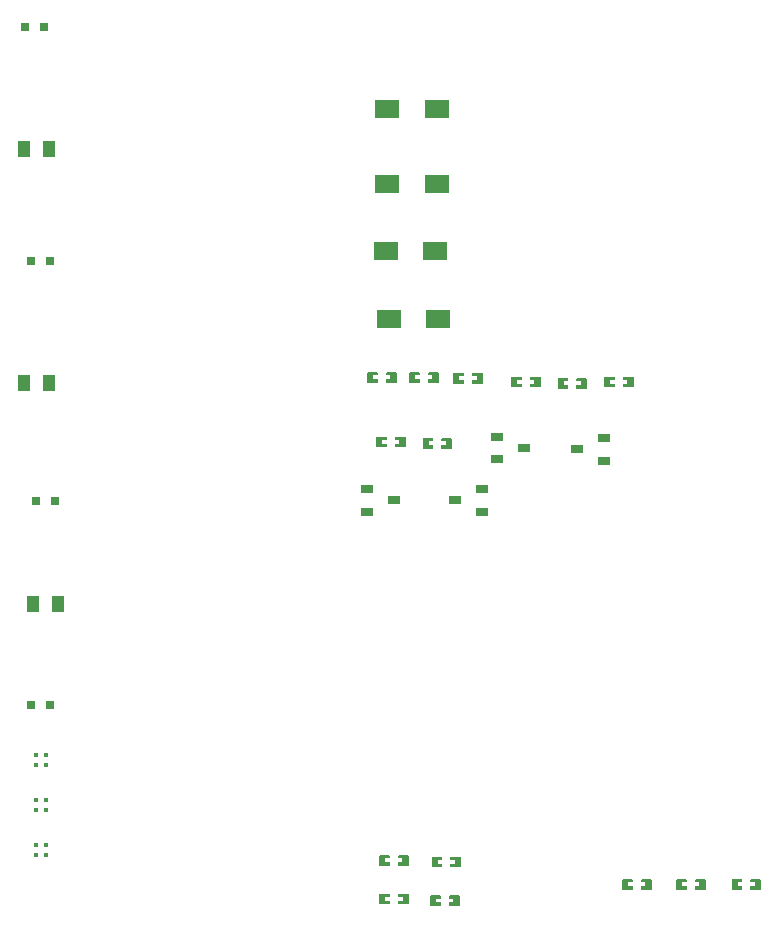
<source format=gtp>
G04 Layer: TopPasteMaskLayer*
G04 EasyEDA Pro v2.1.35.b8f67982.0908df, 2024-06-03 14:47:18*
G04 Gerber Generator version 0.3*
G04 Scale: 100 percent, Rotated: No, Reflected: No*
G04 Dimensions in millimeters*
G04 Leading zeros omitted, absolute positions, 3 integers and 3 decimals*
%FSLAX33Y33*%
%MOMM*%
%ADD10R,1.0X1.4*%
%ADD11R,0.45X0.45*%
%ADD12R,0.45X0.45*%
%ADD13R,0.8X0.8*%
%ADD14R,1.0X0.8*%
%ADD15R,1.0012X0.8*%
%ADD16R,1.0X0.8*%
%ADD17R,2.0X1.593*%
G75*


G04 PolygonModel Start*
G36*
G01X51995Y-41587D02*
G01X51195Y-41587D01*
G01X51145Y-41637D01*
G01Y-41865D01*
G01X51515D01*
G01Y-42195D01*
G01X51145D01*
G01Y-42437D01*
G01X51195Y-42487D01*
G01X51995D01*
G01X52045Y-42437D01*
G01Y-41637D01*
G01X51995Y-41587D01*
G37*
G36*
G01X50445Y-41637D02*
G01X50445Y-41865D01*
G01X50065D01*
G01Y-42195D01*
G01X50445D01*
G01Y-42437D01*
G01X50395Y-42487D01*
G01X49605D01*
G01X49555Y-42437D01*
G01Y-41637D01*
G01X49605Y-41587D01*
G01X50395D01*
G01X50445Y-41637D01*
G37*
G36*
G01X48439Y-41587D02*
G01X47639Y-41587D01*
G01X47589Y-41637D01*
G01Y-41865D01*
G01X47959D01*
G01Y-42195D01*
G01X47589D01*
G01Y-42437D01*
G01X47639Y-42487D01*
G01X48439D01*
G01X48489Y-42437D01*
G01Y-41637D01*
G01X48439Y-41587D01*
G37*
G36*
G01X46889Y-41637D02*
G01X46889Y-41865D01*
G01X46509D01*
G01Y-42195D01*
G01X46889D01*
G01Y-42437D01*
G01X46839Y-42487D01*
G01X46049D01*
G01X45999Y-42437D01*
G01Y-41637D01*
G01X46049Y-41587D01*
G01X46839D01*
G01X46889Y-41637D01*
G37*
G36*
G01X55742Y-41651D02*
G01X54942Y-41651D01*
G01X54892Y-41701D01*
G01Y-41928D01*
G01X55262D01*
G01Y-42258D01*
G01X54892D01*
G01Y-42501D01*
G01X54942Y-42551D01*
G01X55742D01*
G01X55792Y-42501D01*
G01Y-41701D01*
G01X55742Y-41651D01*
G37*
G36*
G01X54192Y-41701D02*
G01X54192Y-41928D01*
G01X53812D01*
G01Y-42258D01*
G01X54192D01*
G01Y-42501D01*
G01X54142Y-42551D01*
G01X53352D01*
G01X53302Y-42501D01*
G01Y-41701D01*
G01X53352Y-41651D01*
G01X54142D01*
G01X54192Y-41701D01*
G37*
G36*
G01X68505Y-41968D02*
G01X67705Y-41968D01*
G01X67655Y-42018D01*
G01Y-42246D01*
G01X68025D01*
G01Y-42576D01*
G01X67655D01*
G01Y-42818D01*
G01X67705Y-42868D01*
G01X68505D01*
G01X68555Y-42818D01*
G01Y-42018D01*
G01X68505Y-41968D01*
G37*
G36*
G01X66955Y-42018D02*
G01X66955Y-42246D01*
G01X66575D01*
G01Y-42576D01*
G01X66955D01*
G01Y-42818D01*
G01X66905Y-42868D01*
G01X66115D01*
G01X66065Y-42818D01*
G01Y-42018D01*
G01X66115Y-41968D01*
G01X66905D01*
G01X66955Y-42018D01*
G37*
G36*
G01X60631Y-41968D02*
G01X59831Y-41968D01*
G01X59781Y-42018D01*
G01Y-42246D01*
G01X60151D01*
G01Y-42576D01*
G01X59781D01*
G01Y-42818D01*
G01X59831Y-42868D01*
G01X60631D01*
G01X60681Y-42818D01*
G01Y-42018D01*
G01X60631Y-41968D01*
G37*
G36*
G01X59081Y-42018D02*
G01X59081Y-42246D01*
G01X58701D01*
G01Y-42576D01*
G01X59081D01*
G01Y-42818D01*
G01X59031Y-42868D01*
G01X58241D01*
G01X58191Y-42818D01*
G01Y-42018D01*
G01X58241Y-41968D01*
G01X59031D01*
G01X59081Y-42018D01*
G37*
G36*
G01X64568Y-42095D02*
G01X63768Y-42095D01*
G01X63718Y-42145D01*
G01Y-42373D01*
G01X64088D01*
G01Y-42703D01*
G01X63718D01*
G01Y-42945D01*
G01X63768Y-42995D01*
G01X64568D01*
G01X64618Y-42945D01*
G01Y-42145D01*
G01X64568Y-42095D01*
G37*
G36*
G01X63018Y-42145D02*
G01X63018Y-42373D01*
G01X62638D01*
G01Y-42703D01*
G01X63018D01*
G01Y-42945D01*
G01X62968Y-42995D01*
G01X62178D01*
G01X62128Y-42945D01*
G01Y-42145D01*
G01X62178Y-42095D01*
G01X62968D01*
G01X63018Y-42145D01*
G37*
G36*
G01X49455Y-82481D02*
G01X48655Y-82481D01*
G01X48605Y-82531D01*
G01Y-82759D01*
G01X48975D01*
G01Y-83089D01*
G01X48605D01*
G01Y-83331D01*
G01X48655Y-83381D01*
G01X49455D01*
G01X49505Y-83331D01*
G01Y-82531D01*
G01X49455Y-82481D01*
G37*
G36*
G01X47905Y-82531D02*
G01X47905Y-82759D01*
G01X47525D01*
G01Y-83089D01*
G01X47905D01*
G01Y-83331D01*
G01X47855Y-83381D01*
G01X47065D01*
G01X47015Y-83331D01*
G01Y-82531D01*
G01X47065Y-82481D01*
G01X47855D01*
G01X47905Y-82531D01*
G37*
G36*
G01X74601Y-84513D02*
G01X73801Y-84513D01*
G01X73751Y-84563D01*
G01Y-84791D01*
G01X74121D01*
G01Y-85121D01*
G01X73751D01*
G01Y-85363D01*
G01X73801Y-85413D01*
G01X74601D01*
G01X74651Y-85363D01*
G01Y-84563D01*
G01X74601Y-84513D01*
G37*
G36*
G01X73051Y-84563D02*
G01X73051Y-84791D01*
G01X72671D01*
G01Y-85121D01*
G01X73051D01*
G01Y-85363D01*
G01X73001Y-85413D01*
G01X72211D01*
G01X72161Y-85363D01*
G01Y-84563D01*
G01X72211Y-84513D01*
G01X73001D01*
G01X73051Y-84563D01*
G37*
G36*
G01X53785Y-85877D02*
G01X52985Y-85877D01*
G01X52935Y-85927D01*
G01Y-86155D01*
G01X53305D01*
G01Y-86485D01*
G01X52935D01*
G01Y-86727D01*
G01X52985Y-86777D01*
G01X53785D01*
G01X53835Y-86727D01*
G01Y-85927D01*
G01X53785Y-85877D01*
G37*
G36*
G01X52235Y-85927D02*
G01X52235Y-86155D01*
G01X51855D01*
G01Y-86485D01*
G01X52235D01*
G01Y-86727D01*
G01X52185Y-86777D01*
G01X51395D01*
G01X51345Y-86727D01*
G01Y-85927D01*
G01X51395Y-85877D01*
G01X52185D01*
G01X52235Y-85927D01*
G37*
G36*
G01X53900Y-82608D02*
G01X53100Y-82608D01*
G01X53050Y-82658D01*
G01Y-82886D01*
G01X53420D01*
G01Y-83216D01*
G01X53050D01*
G01Y-83458D01*
G01X53100Y-83508D01*
G01X53900D01*
G01X53950Y-83458D01*
G01Y-82658D01*
G01X53900Y-82608D01*
G37*
G36*
G01X52350Y-82658D02*
G01X52350Y-82886D01*
G01X51970D01*
G01Y-83216D01*
G01X52350D01*
G01Y-83458D01*
G01X52300Y-83508D01*
G01X51510D01*
G01X51460Y-83458D01*
G01Y-82658D01*
G01X51510Y-82608D01*
G01X52300D01*
G01X52350Y-82658D01*
G37*
G36*
G01X49473Y-85750D02*
G01X48673Y-85750D01*
G01X48623Y-85800D01*
G01Y-86028D01*
G01X48993D01*
G01Y-86358D01*
G01X48623D01*
G01Y-86600D01*
G01X48673Y-86650D01*
G01X49473D01*
G01X49523Y-86600D01*
G01Y-85800D01*
G01X49473Y-85750D01*
G37*
G36*
G01X47923Y-85800D02*
G01X47923Y-86028D01*
G01X47543D01*
G01Y-86358D01*
G01X47923D01*
G01Y-86600D01*
G01X47873Y-86650D01*
G01X47083D01*
G01X47033Y-86600D01*
G01Y-85800D01*
G01X47083Y-85750D01*
G01X47873D01*
G01X47923Y-85800D01*
G37*
G36*
G01X49201Y-47048D02*
G01X48401Y-47048D01*
G01X48351Y-47098D01*
G01Y-47326D01*
G01X48721D01*
G01Y-47656D01*
G01X48351D01*
G01Y-47898D01*
G01X48401Y-47948D01*
G01X49201D01*
G01X49251Y-47898D01*
G01Y-47098D01*
G01X49201Y-47048D01*
G37*
G36*
G01X47651Y-47098D02*
G01X47651Y-47326D01*
G01X47271D01*
G01Y-47656D01*
G01X47651D01*
G01Y-47898D01*
G01X47601Y-47948D01*
G01X46811D01*
G01X46761Y-47898D01*
G01Y-47098D01*
G01X46811Y-47048D01*
G01X47601D01*
G01X47651Y-47098D01*
G37*
G36*
G01X70029Y-84513D02*
G01X69229Y-84513D01*
G01X69179Y-84563D01*
G01Y-84791D01*
G01X69549D01*
G01Y-85121D01*
G01X69179D01*
G01Y-85363D01*
G01X69229Y-85413D01*
G01X70029D01*
G01X70079Y-85363D01*
G01Y-84563D01*
G01X70029Y-84513D01*
G37*
G36*
G01X68479Y-84563D02*
G01X68479Y-84791D01*
G01X68099D01*
G01Y-85121D01*
G01X68479D01*
G01Y-85363D01*
G01X68429Y-85413D01*
G01X67639D01*
G01X67589Y-85363D01*
G01Y-84563D01*
G01X67639Y-84513D01*
G01X68429D01*
G01X68479Y-84563D01*
G37*
G36*
G01X79300Y-84513D02*
G01X78500Y-84513D01*
G01X78450Y-84563D01*
G01Y-84791D01*
G01X78820D01*
G01Y-85121D01*
G01X78450D01*
G01Y-85363D01*
G01X78500Y-85413D01*
G01X79300D01*
G01X79350Y-85363D01*
G01Y-84563D01*
G01X79300Y-84513D01*
G37*
G36*
G01X77750Y-84563D02*
G01X77750Y-84791D01*
G01X77370D01*
G01Y-85121D01*
G01X77750D01*
G01Y-85363D01*
G01X77700Y-85413D01*
G01X76910D01*
G01X76860Y-85363D01*
G01Y-84563D01*
G01X76910Y-84513D01*
G01X77700D01*
G01X77750Y-84563D01*
G37*
G36*
G01X53138Y-47175D02*
G01X52338Y-47175D01*
G01X52288Y-47225D01*
G01Y-47453D01*
G01X52658D01*
G01Y-47783D01*
G01X52288D01*
G01Y-48025D01*
G01X52338Y-48075D01*
G01X53138D01*
G01X53188Y-48025D01*
G01Y-47225D01*
G01X53138Y-47175D01*
G37*
G36*
G01X51588Y-47225D02*
G01X51588Y-47453D01*
G01X51208D01*
G01Y-47783D01*
G01X51588D01*
G01Y-48025D01*
G01X51538Y-48075D01*
G01X50748D01*
G01X50698Y-48025D01*
G01Y-47225D01*
G01X50748Y-47175D01*
G01X51538D01*
G01X51588Y-47225D01*
G37*
G04 PolygonModel End*

G04 Pad Start*
G54D10*
G01X16984Y-22733D03*
G01X19084Y-22733D03*
G01X17746Y-61214D03*
G01X19846Y-61214D03*
G54D11*
G01X17990Y-74847D03*
G01X18840Y-74847D03*
G01X17990Y-73997D03*
G01X18840Y-73997D03*
G54D12*
G01X18840Y-77807D03*
G01X17990Y-77807D03*
G01X18840Y-78657D03*
G01X17990Y-78657D03*
G54D11*
G01X17990Y-82467D03*
G01X18840Y-82467D03*
G01X17990Y-81617D03*
G01X18840Y-81617D03*
G54D10*
G01X16984Y-42545D03*
G01X19084Y-42545D03*
G54D13*
G01X17564Y-69733D03*
G01X19164Y-69728D03*
G54D14*
G01X45967Y-53401D03*
G01X48267Y-52451D03*
G01X45967Y-51501D03*
G54D13*
G01X17564Y-32141D03*
G01X19164Y-32136D03*
G54D16*
G01X66047Y-47183D03*
G01X63747Y-48133D03*
G01X66047Y-49083D03*
G54D13*
G01X17945Y-52461D03*
G01X19545Y-52456D03*
G54D16*
G01X55760Y-51501D03*
G01X53460Y-52451D03*
G01X55760Y-53401D03*
G54D13*
G01X17056Y-12329D03*
G01X18656Y-12324D03*
G54D14*
G01X57016Y-48956D03*
G01X59316Y-48006D03*
G01X57016Y-47056D03*
G54D17*
G01X51884Y-19304D03*
G01X47684Y-19304D03*
G01X51884Y-25654D03*
G01X47684Y-25654D03*
G01X51757Y-31369D03*
G01X47557Y-31369D03*
G01X52011Y-37084D03*
G01X47811Y-37084D03*
G04 Pad End*

M02*

</source>
